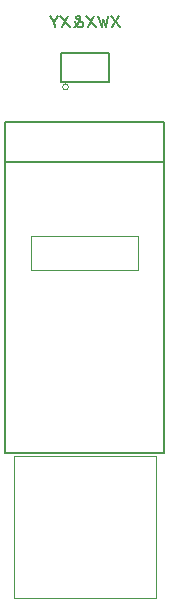
<source format=gbr>
G04 #@! TF.GenerationSoftware,KiCad,Pcbnew,5.1.5*
G04 #@! TF.CreationDate,2020-06-01T05:57:33+08:00*
G04 #@! TF.ProjectId,udisk,75646973-6b2e-46b6-9963-61645f706362,rev?*
G04 #@! TF.SameCoordinates,Original*
G04 #@! TF.FileFunction,Legend,Bot*
G04 #@! TF.FilePolarity,Positive*
%FSLAX46Y46*%
G04 Gerber Fmt 4.6, Leading zero omitted, Abs format (unit mm)*
G04 Created by KiCad (PCBNEW 5.1.5) date 2020-06-01 05:57:33*
%MOMM*%
%LPD*%
G04 APERTURE LIST*
%ADD10C,0.150000*%
%ADD11C,0.100000*%
%ADD12C,0.203200*%
%ADD13C,0.120000*%
G04 APERTURE END LIST*
D10*
X136849747Y-33412380D02*
X136308080Y-34412380D01*
X136183080Y-33412380D02*
X136974747Y-34412380D01*
X135897366Y-33412380D02*
X135784270Y-34412380D01*
X135504508Y-33698095D01*
X135403318Y-34412380D01*
X135040223Y-33412380D01*
X134754508Y-33412380D02*
X134212842Y-34412380D01*
X134087842Y-33412380D02*
X134879508Y-34412380D01*
X133022366Y-34412380D02*
X133069985Y-34412380D01*
X133159270Y-34364761D01*
X133284270Y-34221904D01*
X133486651Y-33936190D01*
X133564032Y-33793333D01*
X133593794Y-33650476D01*
X133581889Y-33555238D01*
X133522366Y-33460000D01*
X133421175Y-33412380D01*
X133373556Y-33412380D01*
X133284270Y-33460000D01*
X133248556Y-33555238D01*
X133254508Y-33602857D01*
X133314032Y-33698095D01*
X133367604Y-33745714D01*
X133677127Y-33936190D01*
X133730699Y-33983809D01*
X133790223Y-34079047D01*
X133808080Y-34221904D01*
X133772366Y-34317142D01*
X133730699Y-34364761D01*
X133641413Y-34412380D01*
X133498556Y-34412380D01*
X133397366Y-34364761D01*
X133343794Y-34317142D01*
X133177127Y-34126666D01*
X133111651Y-33983809D01*
X133099747Y-33888571D01*
X132564032Y-33412380D02*
X132022366Y-34412380D01*
X131897366Y-33412380D02*
X132689032Y-34412380D01*
X131391413Y-33936190D02*
X131450937Y-34412380D01*
X131659270Y-33412380D02*
X131391413Y-33936190D01*
X130992604Y-33412380D01*
D11*
X132582000Y-39444000D02*
G75*
G03X132582000Y-39444000I-254000J0D01*
G01*
D12*
X131930000Y-39010000D02*
X135970000Y-39010000D01*
X131930000Y-36590000D02*
X135970000Y-36590000D01*
X135970000Y-36590000D02*
X135970000Y-39010000D01*
X131930000Y-36590000D02*
X131930000Y-39010000D01*
D13*
X139950000Y-70700000D02*
X127950000Y-70700000D01*
X127950000Y-82700000D02*
X127950000Y-70700000D01*
X139950000Y-82700000D02*
X127950000Y-82700000D01*
X139950000Y-70700000D02*
X139950000Y-82700000D01*
X138508600Y-52069000D02*
X129408600Y-52069000D01*
X138508600Y-54929000D02*
X129408600Y-54929000D01*
X138508600Y-53559000D02*
X138508600Y-52069000D01*
X129408600Y-53559000D02*
X129408600Y-52069000D01*
D10*
X140700000Y-42450000D02*
X127200000Y-42450000D01*
X127200000Y-42450000D02*
X127200000Y-70450000D01*
X140700000Y-70450000D02*
X127200000Y-70450000D01*
X140700000Y-42450000D02*
X140700000Y-70450000D01*
D13*
X138508600Y-53559000D02*
X138508600Y-54929000D01*
X129408600Y-53559000D02*
X129408600Y-54929000D01*
D10*
X140700000Y-45850000D02*
X127200000Y-45850000D01*
M02*

</source>
